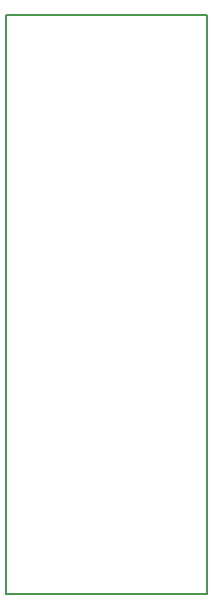
<source format=gm1>
G04 #@! TF.FileFunction,Profile,NP*
%FSLAX46Y46*%
G04 Gerber Fmt 4.6, Leading zero omitted, Abs format (unit mm)*
G04 Created by KiCad (PCBNEW 4.0.2-4+6225~38~ubuntu15.10.1-stable) date Sun 27 Mar 2016 21:57:15 BST*
%MOMM*%
G01*
G04 APERTURE LIST*
%ADD10C,0.100000*%
%ADD11C,0.150000*%
G04 APERTURE END LIST*
D10*
D11*
X133000000Y-115000000D02*
X116000000Y-115000000D01*
X133000000Y-66000000D02*
X116000000Y-66000000D01*
X133000000Y-115000000D02*
X133000000Y-66000000D01*
X116000000Y-66000000D02*
X116000000Y-115000000D01*
M02*

</source>
